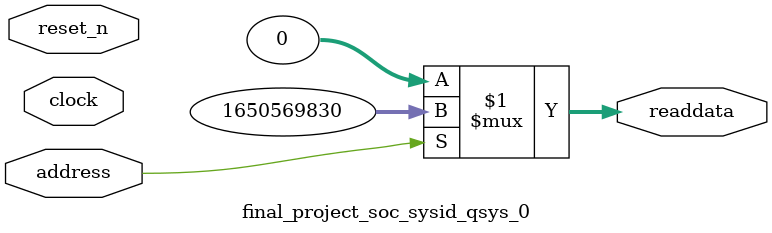
<source format=v>



// synthesis translate_off
`timescale 1ns / 1ps
// synthesis translate_on

// turn off superfluous verilog processor warnings 
// altera message_level Level1 
// altera message_off 10034 10035 10036 10037 10230 10240 10030 

module final_project_soc_sysid_qsys_0 (
               // inputs:
                address,
                clock,
                reset_n,

               // outputs:
                readdata
             )
;

  output  [ 31: 0] readdata;
  input            address;
  input            clock;
  input            reset_n;

  wire    [ 31: 0] readdata;
  //control_slave, which is an e_avalon_slave
  assign readdata = address ? 1650569830 : 0;

endmodule



</source>
